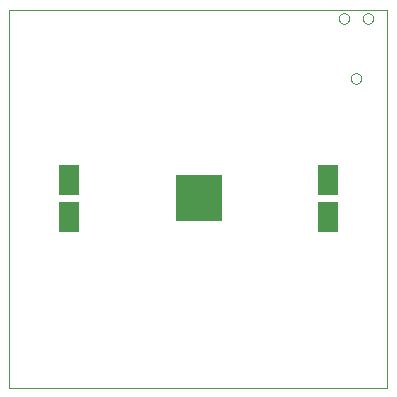
<source format=gbp>
G75*
G70*
%OFA0B0*%
%FSLAX24Y24*%
%IPPOS*%
%LPD*%
%AMOC8*
5,1,8,0,0,1.08239X$1,22.5*
%
%ADD10C,0.0000*%
%ADD11R,0.0700X0.1000*%
%ADD12R,0.1575X0.1575*%
D10*
X001553Y000683D02*
X001553Y013281D01*
X014151Y013281D01*
X014151Y000683D01*
X001553Y000683D01*
X012931Y010986D02*
X012933Y011012D01*
X012939Y011038D01*
X012948Y011062D01*
X012961Y011085D01*
X012978Y011105D01*
X012997Y011123D01*
X013019Y011138D01*
X013042Y011149D01*
X013067Y011157D01*
X013093Y011161D01*
X013119Y011161D01*
X013145Y011157D01*
X013170Y011149D01*
X013194Y011138D01*
X013215Y011123D01*
X013234Y011105D01*
X013251Y011085D01*
X013264Y011062D01*
X013273Y011038D01*
X013279Y011012D01*
X013281Y010986D01*
X013279Y010960D01*
X013273Y010934D01*
X013264Y010910D01*
X013251Y010887D01*
X013234Y010867D01*
X013215Y010849D01*
X013193Y010834D01*
X013170Y010823D01*
X013145Y010815D01*
X013119Y010811D01*
X013093Y010811D01*
X013067Y010815D01*
X013042Y010823D01*
X013018Y010834D01*
X012997Y010849D01*
X012978Y010867D01*
X012961Y010887D01*
X012948Y010910D01*
X012939Y010934D01*
X012933Y010960D01*
X012931Y010986D01*
X012531Y012986D02*
X012533Y013012D01*
X012539Y013038D01*
X012548Y013062D01*
X012561Y013085D01*
X012578Y013105D01*
X012597Y013123D01*
X012619Y013138D01*
X012642Y013149D01*
X012667Y013157D01*
X012693Y013161D01*
X012719Y013161D01*
X012745Y013157D01*
X012770Y013149D01*
X012794Y013138D01*
X012815Y013123D01*
X012834Y013105D01*
X012851Y013085D01*
X012864Y013062D01*
X012873Y013038D01*
X012879Y013012D01*
X012881Y012986D01*
X012879Y012960D01*
X012873Y012934D01*
X012864Y012910D01*
X012851Y012887D01*
X012834Y012867D01*
X012815Y012849D01*
X012793Y012834D01*
X012770Y012823D01*
X012745Y012815D01*
X012719Y012811D01*
X012693Y012811D01*
X012667Y012815D01*
X012642Y012823D01*
X012618Y012834D01*
X012597Y012849D01*
X012578Y012867D01*
X012561Y012887D01*
X012548Y012910D01*
X012539Y012934D01*
X012533Y012960D01*
X012531Y012986D01*
X013331Y012986D02*
X013333Y013012D01*
X013339Y013038D01*
X013348Y013062D01*
X013361Y013085D01*
X013378Y013105D01*
X013397Y013123D01*
X013419Y013138D01*
X013442Y013149D01*
X013467Y013157D01*
X013493Y013161D01*
X013519Y013161D01*
X013545Y013157D01*
X013570Y013149D01*
X013594Y013138D01*
X013615Y013123D01*
X013634Y013105D01*
X013651Y013085D01*
X013664Y013062D01*
X013673Y013038D01*
X013679Y013012D01*
X013681Y012986D01*
X013679Y012960D01*
X013673Y012934D01*
X013664Y012910D01*
X013651Y012887D01*
X013634Y012867D01*
X013615Y012849D01*
X013593Y012834D01*
X013570Y012823D01*
X013545Y012815D01*
X013519Y012811D01*
X013493Y012811D01*
X013467Y012815D01*
X013442Y012823D01*
X013418Y012834D01*
X013397Y012849D01*
X013378Y012867D01*
X013361Y012887D01*
X013348Y012910D01*
X013339Y012934D01*
X013333Y012960D01*
X013331Y012986D01*
D11*
X012187Y007596D03*
X012187Y006376D03*
X003525Y006376D03*
X003525Y007596D03*
D12*
X007856Y006986D03*
M02*

</source>
